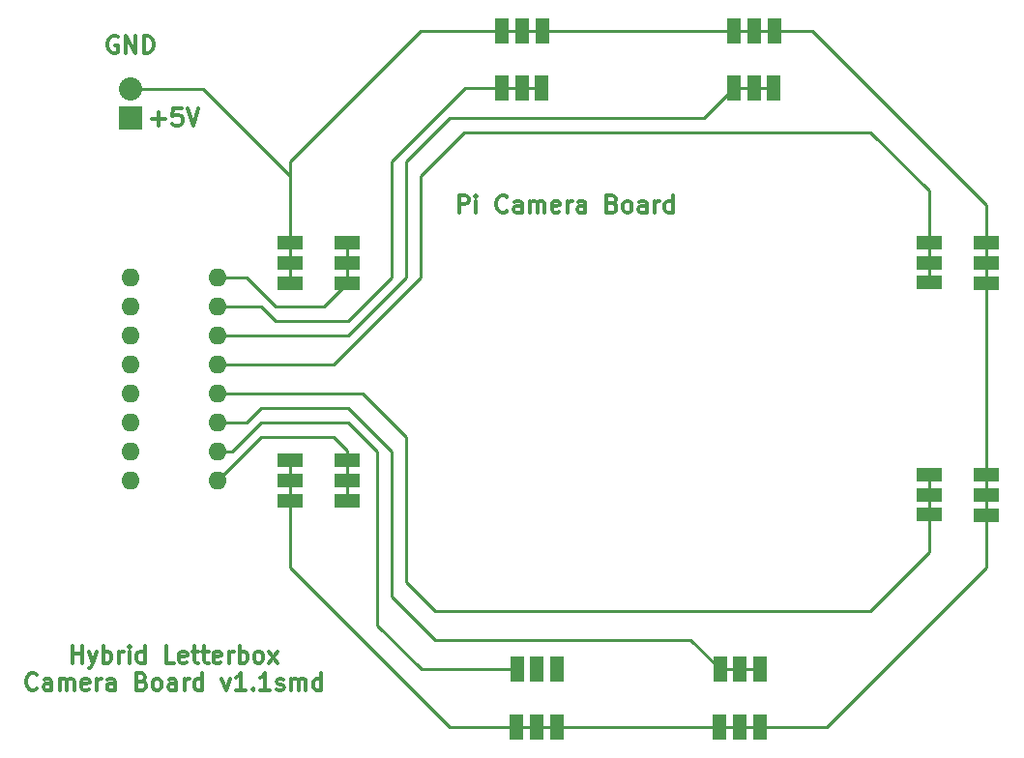
<source format=gbr>
G04 #@! TF.FileFunction,Copper,L1,Top,Signal*
%FSLAX46Y46*%
G04 Gerber Fmt 4.6, Leading zero omitted, Abs format (unit mm)*
G04 Created by KiCad (PCBNEW 4.0.1-stable) date 2016 February 17, Wednesday 09:16:12*
%MOMM*%
G01*
G04 APERTURE LIST*
%ADD10C,0.100000*%
%ADD11C,0.300000*%
%ADD12R,2.300000X1.150000*%
%ADD13R,1.150000X2.300000*%
%ADD14O,1.600000X1.600000*%
%ADD15R,2.032000X2.032000*%
%ADD16O,2.032000X2.032000*%
%ADD17C,0.250000*%
G04 APERTURE END LIST*
D10*
D11*
X95211429Y-130288571D02*
X95211429Y-128788571D01*
X95211429Y-129502857D02*
X96068572Y-129502857D01*
X96068572Y-130288571D02*
X96068572Y-128788571D01*
X96640001Y-129288571D02*
X96997144Y-130288571D01*
X97354286Y-129288571D02*
X96997144Y-130288571D01*
X96854286Y-130645714D01*
X96782858Y-130717143D01*
X96640001Y-130788571D01*
X97925715Y-130288571D02*
X97925715Y-128788571D01*
X97925715Y-129360000D02*
X98068572Y-129288571D01*
X98354286Y-129288571D01*
X98497143Y-129360000D01*
X98568572Y-129431429D01*
X98640001Y-129574286D01*
X98640001Y-130002857D01*
X98568572Y-130145714D01*
X98497143Y-130217143D01*
X98354286Y-130288571D01*
X98068572Y-130288571D01*
X97925715Y-130217143D01*
X99282858Y-130288571D02*
X99282858Y-129288571D01*
X99282858Y-129574286D02*
X99354286Y-129431429D01*
X99425715Y-129360000D01*
X99568572Y-129288571D01*
X99711429Y-129288571D01*
X100211429Y-130288571D02*
X100211429Y-129288571D01*
X100211429Y-128788571D02*
X100140000Y-128860000D01*
X100211429Y-128931429D01*
X100282857Y-128860000D01*
X100211429Y-128788571D01*
X100211429Y-128931429D01*
X101568572Y-130288571D02*
X101568572Y-128788571D01*
X101568572Y-130217143D02*
X101425715Y-130288571D01*
X101140001Y-130288571D01*
X100997143Y-130217143D01*
X100925715Y-130145714D01*
X100854286Y-130002857D01*
X100854286Y-129574286D01*
X100925715Y-129431429D01*
X100997143Y-129360000D01*
X101140001Y-129288571D01*
X101425715Y-129288571D01*
X101568572Y-129360000D01*
X104140001Y-130288571D02*
X103425715Y-130288571D01*
X103425715Y-128788571D01*
X105211429Y-130217143D02*
X105068572Y-130288571D01*
X104782858Y-130288571D01*
X104640001Y-130217143D01*
X104568572Y-130074286D01*
X104568572Y-129502857D01*
X104640001Y-129360000D01*
X104782858Y-129288571D01*
X105068572Y-129288571D01*
X105211429Y-129360000D01*
X105282858Y-129502857D01*
X105282858Y-129645714D01*
X104568572Y-129788571D01*
X105711429Y-129288571D02*
X106282858Y-129288571D01*
X105925715Y-128788571D02*
X105925715Y-130074286D01*
X105997143Y-130217143D01*
X106140001Y-130288571D01*
X106282858Y-130288571D01*
X106568572Y-129288571D02*
X107140001Y-129288571D01*
X106782858Y-128788571D02*
X106782858Y-130074286D01*
X106854286Y-130217143D01*
X106997144Y-130288571D01*
X107140001Y-130288571D01*
X108211429Y-130217143D02*
X108068572Y-130288571D01*
X107782858Y-130288571D01*
X107640001Y-130217143D01*
X107568572Y-130074286D01*
X107568572Y-129502857D01*
X107640001Y-129360000D01*
X107782858Y-129288571D01*
X108068572Y-129288571D01*
X108211429Y-129360000D01*
X108282858Y-129502857D01*
X108282858Y-129645714D01*
X107568572Y-129788571D01*
X108925715Y-130288571D02*
X108925715Y-129288571D01*
X108925715Y-129574286D02*
X108997143Y-129431429D01*
X109068572Y-129360000D01*
X109211429Y-129288571D01*
X109354286Y-129288571D01*
X109854286Y-130288571D02*
X109854286Y-128788571D01*
X109854286Y-129360000D02*
X109997143Y-129288571D01*
X110282857Y-129288571D01*
X110425714Y-129360000D01*
X110497143Y-129431429D01*
X110568572Y-129574286D01*
X110568572Y-130002857D01*
X110497143Y-130145714D01*
X110425714Y-130217143D01*
X110282857Y-130288571D01*
X109997143Y-130288571D01*
X109854286Y-130217143D01*
X111425715Y-130288571D02*
X111282857Y-130217143D01*
X111211429Y-130145714D01*
X111140000Y-130002857D01*
X111140000Y-129574286D01*
X111211429Y-129431429D01*
X111282857Y-129360000D01*
X111425715Y-129288571D01*
X111640000Y-129288571D01*
X111782857Y-129360000D01*
X111854286Y-129431429D01*
X111925715Y-129574286D01*
X111925715Y-130002857D01*
X111854286Y-130145714D01*
X111782857Y-130217143D01*
X111640000Y-130288571D01*
X111425715Y-130288571D01*
X112425715Y-130288571D02*
X113211429Y-129288571D01*
X112425715Y-129288571D02*
X113211429Y-130288571D01*
X92104287Y-132545714D02*
X92032858Y-132617143D01*
X91818572Y-132688571D01*
X91675715Y-132688571D01*
X91461430Y-132617143D01*
X91318572Y-132474286D01*
X91247144Y-132331429D01*
X91175715Y-132045714D01*
X91175715Y-131831429D01*
X91247144Y-131545714D01*
X91318572Y-131402857D01*
X91461430Y-131260000D01*
X91675715Y-131188571D01*
X91818572Y-131188571D01*
X92032858Y-131260000D01*
X92104287Y-131331429D01*
X93390001Y-132688571D02*
X93390001Y-131902857D01*
X93318572Y-131760000D01*
X93175715Y-131688571D01*
X92890001Y-131688571D01*
X92747144Y-131760000D01*
X93390001Y-132617143D02*
X93247144Y-132688571D01*
X92890001Y-132688571D01*
X92747144Y-132617143D01*
X92675715Y-132474286D01*
X92675715Y-132331429D01*
X92747144Y-132188571D01*
X92890001Y-132117143D01*
X93247144Y-132117143D01*
X93390001Y-132045714D01*
X94104287Y-132688571D02*
X94104287Y-131688571D01*
X94104287Y-131831429D02*
X94175715Y-131760000D01*
X94318573Y-131688571D01*
X94532858Y-131688571D01*
X94675715Y-131760000D01*
X94747144Y-131902857D01*
X94747144Y-132688571D01*
X94747144Y-131902857D02*
X94818573Y-131760000D01*
X94961430Y-131688571D01*
X95175715Y-131688571D01*
X95318573Y-131760000D01*
X95390001Y-131902857D01*
X95390001Y-132688571D01*
X96675715Y-132617143D02*
X96532858Y-132688571D01*
X96247144Y-132688571D01*
X96104287Y-132617143D01*
X96032858Y-132474286D01*
X96032858Y-131902857D01*
X96104287Y-131760000D01*
X96247144Y-131688571D01*
X96532858Y-131688571D01*
X96675715Y-131760000D01*
X96747144Y-131902857D01*
X96747144Y-132045714D01*
X96032858Y-132188571D01*
X97390001Y-132688571D02*
X97390001Y-131688571D01*
X97390001Y-131974286D02*
X97461429Y-131831429D01*
X97532858Y-131760000D01*
X97675715Y-131688571D01*
X97818572Y-131688571D01*
X98961429Y-132688571D02*
X98961429Y-131902857D01*
X98890000Y-131760000D01*
X98747143Y-131688571D01*
X98461429Y-131688571D01*
X98318572Y-131760000D01*
X98961429Y-132617143D02*
X98818572Y-132688571D01*
X98461429Y-132688571D01*
X98318572Y-132617143D01*
X98247143Y-132474286D01*
X98247143Y-132331429D01*
X98318572Y-132188571D01*
X98461429Y-132117143D01*
X98818572Y-132117143D01*
X98961429Y-132045714D01*
X101318572Y-131902857D02*
X101532858Y-131974286D01*
X101604286Y-132045714D01*
X101675715Y-132188571D01*
X101675715Y-132402857D01*
X101604286Y-132545714D01*
X101532858Y-132617143D01*
X101390000Y-132688571D01*
X100818572Y-132688571D01*
X100818572Y-131188571D01*
X101318572Y-131188571D01*
X101461429Y-131260000D01*
X101532858Y-131331429D01*
X101604286Y-131474286D01*
X101604286Y-131617143D01*
X101532858Y-131760000D01*
X101461429Y-131831429D01*
X101318572Y-131902857D01*
X100818572Y-131902857D01*
X102532858Y-132688571D02*
X102390000Y-132617143D01*
X102318572Y-132545714D01*
X102247143Y-132402857D01*
X102247143Y-131974286D01*
X102318572Y-131831429D01*
X102390000Y-131760000D01*
X102532858Y-131688571D01*
X102747143Y-131688571D01*
X102890000Y-131760000D01*
X102961429Y-131831429D01*
X103032858Y-131974286D01*
X103032858Y-132402857D01*
X102961429Y-132545714D01*
X102890000Y-132617143D01*
X102747143Y-132688571D01*
X102532858Y-132688571D01*
X104318572Y-132688571D02*
X104318572Y-131902857D01*
X104247143Y-131760000D01*
X104104286Y-131688571D01*
X103818572Y-131688571D01*
X103675715Y-131760000D01*
X104318572Y-132617143D02*
X104175715Y-132688571D01*
X103818572Y-132688571D01*
X103675715Y-132617143D01*
X103604286Y-132474286D01*
X103604286Y-132331429D01*
X103675715Y-132188571D01*
X103818572Y-132117143D01*
X104175715Y-132117143D01*
X104318572Y-132045714D01*
X105032858Y-132688571D02*
X105032858Y-131688571D01*
X105032858Y-131974286D02*
X105104286Y-131831429D01*
X105175715Y-131760000D01*
X105318572Y-131688571D01*
X105461429Y-131688571D01*
X106604286Y-132688571D02*
X106604286Y-131188571D01*
X106604286Y-132617143D02*
X106461429Y-132688571D01*
X106175715Y-132688571D01*
X106032857Y-132617143D01*
X105961429Y-132545714D01*
X105890000Y-132402857D01*
X105890000Y-131974286D01*
X105961429Y-131831429D01*
X106032857Y-131760000D01*
X106175715Y-131688571D01*
X106461429Y-131688571D01*
X106604286Y-131760000D01*
X108318572Y-131688571D02*
X108675715Y-132688571D01*
X109032857Y-131688571D01*
X110390000Y-132688571D02*
X109532857Y-132688571D01*
X109961429Y-132688571D02*
X109961429Y-131188571D01*
X109818572Y-131402857D01*
X109675714Y-131545714D01*
X109532857Y-131617143D01*
X111032857Y-132545714D02*
X111104285Y-132617143D01*
X111032857Y-132688571D01*
X110961428Y-132617143D01*
X111032857Y-132545714D01*
X111032857Y-132688571D01*
X112532857Y-132688571D02*
X111675714Y-132688571D01*
X112104286Y-132688571D02*
X112104286Y-131188571D01*
X111961429Y-131402857D01*
X111818571Y-131545714D01*
X111675714Y-131617143D01*
X113104285Y-132617143D02*
X113247142Y-132688571D01*
X113532857Y-132688571D01*
X113675714Y-132617143D01*
X113747142Y-132474286D01*
X113747142Y-132402857D01*
X113675714Y-132260000D01*
X113532857Y-132188571D01*
X113318571Y-132188571D01*
X113175714Y-132117143D01*
X113104285Y-131974286D01*
X113104285Y-131902857D01*
X113175714Y-131760000D01*
X113318571Y-131688571D01*
X113532857Y-131688571D01*
X113675714Y-131760000D01*
X114390000Y-132688571D02*
X114390000Y-131688571D01*
X114390000Y-131831429D02*
X114461428Y-131760000D01*
X114604286Y-131688571D01*
X114818571Y-131688571D01*
X114961428Y-131760000D01*
X115032857Y-131902857D01*
X115032857Y-132688571D01*
X115032857Y-131902857D02*
X115104286Y-131760000D01*
X115247143Y-131688571D01*
X115461428Y-131688571D01*
X115604286Y-131760000D01*
X115675714Y-131902857D01*
X115675714Y-132688571D01*
X117032857Y-132688571D02*
X117032857Y-131188571D01*
X117032857Y-132617143D02*
X116890000Y-132688571D01*
X116604286Y-132688571D01*
X116461428Y-132617143D01*
X116390000Y-132545714D01*
X116318571Y-132402857D01*
X116318571Y-131974286D01*
X116390000Y-131831429D01*
X116461428Y-131760000D01*
X116604286Y-131688571D01*
X116890000Y-131688571D01*
X117032857Y-131760000D01*
X102211429Y-82657143D02*
X103354286Y-82657143D01*
X102782857Y-83228571D02*
X102782857Y-82085714D01*
X104782858Y-81728571D02*
X104068572Y-81728571D01*
X103997143Y-82442857D01*
X104068572Y-82371429D01*
X104211429Y-82300000D01*
X104568572Y-82300000D01*
X104711429Y-82371429D01*
X104782858Y-82442857D01*
X104854286Y-82585714D01*
X104854286Y-82942857D01*
X104782858Y-83085714D01*
X104711429Y-83157143D01*
X104568572Y-83228571D01*
X104211429Y-83228571D01*
X104068572Y-83157143D01*
X103997143Y-83085714D01*
X105282857Y-81728571D02*
X105782857Y-83228571D01*
X106282857Y-81728571D01*
X99187143Y-75450000D02*
X99044286Y-75378571D01*
X98830000Y-75378571D01*
X98615715Y-75450000D01*
X98472857Y-75592857D01*
X98401429Y-75735714D01*
X98330000Y-76021429D01*
X98330000Y-76235714D01*
X98401429Y-76521429D01*
X98472857Y-76664286D01*
X98615715Y-76807143D01*
X98830000Y-76878571D01*
X98972857Y-76878571D01*
X99187143Y-76807143D01*
X99258572Y-76735714D01*
X99258572Y-76235714D01*
X98972857Y-76235714D01*
X99901429Y-76878571D02*
X99901429Y-75378571D01*
X100758572Y-76878571D01*
X100758572Y-75378571D01*
X101472858Y-76878571D02*
X101472858Y-75378571D01*
X101830001Y-75378571D01*
X102044286Y-75450000D01*
X102187144Y-75592857D01*
X102258572Y-75735714D01*
X102330001Y-76021429D01*
X102330001Y-76235714D01*
X102258572Y-76521429D01*
X102187144Y-76664286D01*
X102044286Y-76807143D01*
X101830001Y-76878571D01*
X101472858Y-76878571D01*
X129072858Y-90848571D02*
X129072858Y-89348571D01*
X129644286Y-89348571D01*
X129787144Y-89420000D01*
X129858572Y-89491429D01*
X129930001Y-89634286D01*
X129930001Y-89848571D01*
X129858572Y-89991429D01*
X129787144Y-90062857D01*
X129644286Y-90134286D01*
X129072858Y-90134286D01*
X130572858Y-90848571D02*
X130572858Y-89848571D01*
X130572858Y-89348571D02*
X130501429Y-89420000D01*
X130572858Y-89491429D01*
X130644286Y-89420000D01*
X130572858Y-89348571D01*
X130572858Y-89491429D01*
X133287144Y-90705714D02*
X133215715Y-90777143D01*
X133001429Y-90848571D01*
X132858572Y-90848571D01*
X132644287Y-90777143D01*
X132501429Y-90634286D01*
X132430001Y-90491429D01*
X132358572Y-90205714D01*
X132358572Y-89991429D01*
X132430001Y-89705714D01*
X132501429Y-89562857D01*
X132644287Y-89420000D01*
X132858572Y-89348571D01*
X133001429Y-89348571D01*
X133215715Y-89420000D01*
X133287144Y-89491429D01*
X134572858Y-90848571D02*
X134572858Y-90062857D01*
X134501429Y-89920000D01*
X134358572Y-89848571D01*
X134072858Y-89848571D01*
X133930001Y-89920000D01*
X134572858Y-90777143D02*
X134430001Y-90848571D01*
X134072858Y-90848571D01*
X133930001Y-90777143D01*
X133858572Y-90634286D01*
X133858572Y-90491429D01*
X133930001Y-90348571D01*
X134072858Y-90277143D01*
X134430001Y-90277143D01*
X134572858Y-90205714D01*
X135287144Y-90848571D02*
X135287144Y-89848571D01*
X135287144Y-89991429D02*
X135358572Y-89920000D01*
X135501430Y-89848571D01*
X135715715Y-89848571D01*
X135858572Y-89920000D01*
X135930001Y-90062857D01*
X135930001Y-90848571D01*
X135930001Y-90062857D02*
X136001430Y-89920000D01*
X136144287Y-89848571D01*
X136358572Y-89848571D01*
X136501430Y-89920000D01*
X136572858Y-90062857D01*
X136572858Y-90848571D01*
X137858572Y-90777143D02*
X137715715Y-90848571D01*
X137430001Y-90848571D01*
X137287144Y-90777143D01*
X137215715Y-90634286D01*
X137215715Y-90062857D01*
X137287144Y-89920000D01*
X137430001Y-89848571D01*
X137715715Y-89848571D01*
X137858572Y-89920000D01*
X137930001Y-90062857D01*
X137930001Y-90205714D01*
X137215715Y-90348571D01*
X138572858Y-90848571D02*
X138572858Y-89848571D01*
X138572858Y-90134286D02*
X138644286Y-89991429D01*
X138715715Y-89920000D01*
X138858572Y-89848571D01*
X139001429Y-89848571D01*
X140144286Y-90848571D02*
X140144286Y-90062857D01*
X140072857Y-89920000D01*
X139930000Y-89848571D01*
X139644286Y-89848571D01*
X139501429Y-89920000D01*
X140144286Y-90777143D02*
X140001429Y-90848571D01*
X139644286Y-90848571D01*
X139501429Y-90777143D01*
X139430000Y-90634286D01*
X139430000Y-90491429D01*
X139501429Y-90348571D01*
X139644286Y-90277143D01*
X140001429Y-90277143D01*
X140144286Y-90205714D01*
X142501429Y-90062857D02*
X142715715Y-90134286D01*
X142787143Y-90205714D01*
X142858572Y-90348571D01*
X142858572Y-90562857D01*
X142787143Y-90705714D01*
X142715715Y-90777143D01*
X142572857Y-90848571D01*
X142001429Y-90848571D01*
X142001429Y-89348571D01*
X142501429Y-89348571D01*
X142644286Y-89420000D01*
X142715715Y-89491429D01*
X142787143Y-89634286D01*
X142787143Y-89777143D01*
X142715715Y-89920000D01*
X142644286Y-89991429D01*
X142501429Y-90062857D01*
X142001429Y-90062857D01*
X143715715Y-90848571D02*
X143572857Y-90777143D01*
X143501429Y-90705714D01*
X143430000Y-90562857D01*
X143430000Y-90134286D01*
X143501429Y-89991429D01*
X143572857Y-89920000D01*
X143715715Y-89848571D01*
X143930000Y-89848571D01*
X144072857Y-89920000D01*
X144144286Y-89991429D01*
X144215715Y-90134286D01*
X144215715Y-90562857D01*
X144144286Y-90705714D01*
X144072857Y-90777143D01*
X143930000Y-90848571D01*
X143715715Y-90848571D01*
X145501429Y-90848571D02*
X145501429Y-90062857D01*
X145430000Y-89920000D01*
X145287143Y-89848571D01*
X145001429Y-89848571D01*
X144858572Y-89920000D01*
X145501429Y-90777143D02*
X145358572Y-90848571D01*
X145001429Y-90848571D01*
X144858572Y-90777143D01*
X144787143Y-90634286D01*
X144787143Y-90491429D01*
X144858572Y-90348571D01*
X145001429Y-90277143D01*
X145358572Y-90277143D01*
X145501429Y-90205714D01*
X146215715Y-90848571D02*
X146215715Y-89848571D01*
X146215715Y-90134286D02*
X146287143Y-89991429D01*
X146358572Y-89920000D01*
X146501429Y-89848571D01*
X146644286Y-89848571D01*
X147787143Y-90848571D02*
X147787143Y-89348571D01*
X147787143Y-90777143D02*
X147644286Y-90848571D01*
X147358572Y-90848571D01*
X147215714Y-90777143D01*
X147144286Y-90705714D01*
X147072857Y-90562857D01*
X147072857Y-90134286D01*
X147144286Y-89991429D01*
X147215714Y-89920000D01*
X147358572Y-89848571D01*
X147644286Y-89848571D01*
X147787143Y-89920000D01*
D12*
X114300000Y-112522000D03*
X114300000Y-114300000D03*
X114300000Y-116078000D03*
X119316500Y-112585500D03*
X119316500Y-114300000D03*
X119316500Y-116078000D03*
D13*
X134112000Y-135890000D03*
X135890000Y-135890000D03*
X137668000Y-135890000D03*
X134175500Y-130873500D03*
X135890000Y-130873500D03*
X137668000Y-130873500D03*
X151892000Y-135890000D03*
X153670000Y-135890000D03*
X155448000Y-135890000D03*
X151955500Y-130873500D03*
X153670000Y-130873500D03*
X155448000Y-130873500D03*
D12*
X175260000Y-117348000D03*
X175260000Y-115570000D03*
X175260000Y-113792000D03*
X170243500Y-117284500D03*
X170243500Y-115570000D03*
X170243500Y-113792000D03*
X175260000Y-97028000D03*
X175260000Y-95250000D03*
X175260000Y-93472000D03*
X170243500Y-96964500D03*
X170243500Y-95250000D03*
X170243500Y-93472000D03*
D13*
X156718000Y-74930000D03*
X154940000Y-74930000D03*
X153162000Y-74930000D03*
X156654500Y-79946500D03*
X154940000Y-79946500D03*
X153162000Y-79946500D03*
X136398000Y-74930000D03*
X134620000Y-74930000D03*
X132842000Y-74930000D03*
X136334500Y-79946500D03*
X134620000Y-79946500D03*
X132842000Y-79946500D03*
D12*
X114300000Y-93472000D03*
X114300000Y-95250000D03*
X114300000Y-97028000D03*
X119316500Y-93535500D03*
X119316500Y-95250000D03*
X119316500Y-97028000D03*
D14*
X100330000Y-96520000D03*
X100330000Y-99060000D03*
X100330000Y-101600000D03*
X100330000Y-104140000D03*
X100330000Y-106680000D03*
X100330000Y-109220000D03*
X100330000Y-111760000D03*
X100330000Y-114300000D03*
X107950000Y-114300000D03*
X107950000Y-111760000D03*
X107950000Y-109220000D03*
X107950000Y-106680000D03*
X107950000Y-104140000D03*
X107950000Y-101600000D03*
X107950000Y-99060000D03*
X107950000Y-96520000D03*
D15*
X100330000Y-82550000D03*
D16*
X100330000Y-80010000D03*
D17*
X134112000Y-135890000D02*
X128270000Y-135890000D01*
X114300000Y-121920000D02*
X114300000Y-114300000D01*
X128270000Y-135890000D02*
X114300000Y-121920000D01*
X114300000Y-114300000D02*
X114300000Y-112522000D01*
X151892000Y-135890000D02*
X137668000Y-135890000D01*
X137668000Y-135890000D02*
X135890000Y-135890000D01*
X135890000Y-135890000D02*
X134112000Y-135890000D01*
X175260000Y-117348000D02*
X175260000Y-121920000D01*
X161290000Y-135890000D02*
X153670000Y-135890000D01*
X175260000Y-121920000D02*
X161290000Y-135890000D01*
X153670000Y-135890000D02*
X151892000Y-135890000D01*
X175260000Y-97028000D02*
X175260000Y-113792000D01*
X175260000Y-113792000D02*
X175260000Y-115570000D01*
X175260000Y-115570000D02*
X175260000Y-117348000D01*
X156718000Y-74930000D02*
X160020000Y-74930000D01*
X175260000Y-90170000D02*
X175260000Y-93472000D01*
X160020000Y-74930000D02*
X175260000Y-90170000D01*
X175260000Y-93472000D02*
X175260000Y-95250000D01*
X175260000Y-95250000D02*
X175260000Y-97028000D01*
X136398000Y-74930000D02*
X153162000Y-74930000D01*
X153162000Y-74930000D02*
X154940000Y-74930000D01*
X154940000Y-74930000D02*
X156718000Y-74930000D01*
X114300000Y-87630000D02*
X114300000Y-86360000D01*
X125730000Y-74930000D02*
X134620000Y-74930000D01*
X114300000Y-86360000D02*
X125730000Y-74930000D01*
X134620000Y-74930000D02*
X136398000Y-74930000D01*
X114300000Y-93472000D02*
X114300000Y-95250000D01*
X114300000Y-95250000D02*
X114300000Y-97028000D01*
X100330000Y-80010000D02*
X106680000Y-80010000D01*
X114300000Y-87630000D02*
X114300000Y-93472000D01*
X106680000Y-80010000D02*
X114300000Y-87630000D01*
X107950000Y-114300000D02*
X111760000Y-110490000D01*
X119316500Y-111696500D02*
X119316500Y-114300000D01*
X118110000Y-110490000D02*
X119316500Y-111696500D01*
X111760000Y-110490000D02*
X118110000Y-110490000D01*
X119316500Y-114300000D02*
X119316500Y-116078000D01*
X107950000Y-111760000D02*
X109220000Y-111760000D01*
X125793500Y-130873500D02*
X134175500Y-130873500D01*
X121920000Y-127000000D02*
X125793500Y-130873500D01*
X121920000Y-111760000D02*
X121920000Y-127000000D01*
X119380000Y-109220000D02*
X121920000Y-111760000D01*
X111760000Y-109220000D02*
X119380000Y-109220000D01*
X109220000Y-111760000D02*
X111760000Y-109220000D01*
X107950000Y-109220000D02*
X110490000Y-109220000D01*
X149352000Y-128270000D02*
X151955500Y-130873500D01*
X127000000Y-128270000D02*
X149352000Y-128270000D01*
X123190000Y-124460000D02*
X127000000Y-128270000D01*
X123190000Y-111760000D02*
X123190000Y-124460000D01*
X119380000Y-107950000D02*
X123190000Y-111760000D01*
X111760000Y-107950000D02*
X119380000Y-107950000D01*
X110490000Y-109220000D02*
X111760000Y-107950000D01*
X151955500Y-130873500D02*
X155448000Y-130873500D01*
X107950000Y-106680000D02*
X120650000Y-106680000D01*
X170243500Y-120586500D02*
X170243500Y-115570000D01*
X165100000Y-125730000D02*
X170243500Y-120586500D01*
X127000000Y-125730000D02*
X165100000Y-125730000D01*
X124460000Y-123190000D02*
X127000000Y-125730000D01*
X124460000Y-110490000D02*
X124460000Y-123190000D01*
X120650000Y-106680000D02*
X124460000Y-110490000D01*
X170243500Y-115570000D02*
X170243500Y-113792000D01*
X107950000Y-104140000D02*
X118110000Y-104140000D01*
X170243500Y-88963500D02*
X170243500Y-95250000D01*
X165100000Y-83820000D02*
X170243500Y-88963500D01*
X129540000Y-83820000D02*
X165100000Y-83820000D01*
X125730000Y-87630000D02*
X129540000Y-83820000D01*
X125730000Y-96520000D02*
X125730000Y-87630000D01*
X118110000Y-104140000D02*
X125730000Y-96520000D01*
X170243500Y-95250000D02*
X170243500Y-96964500D01*
X107950000Y-101600000D02*
X119380000Y-101600000D01*
X150558500Y-82550000D02*
X153162000Y-79946500D01*
X128270000Y-82550000D02*
X150558500Y-82550000D01*
X124460000Y-86360000D02*
X128270000Y-82550000D01*
X124460000Y-96520000D02*
X124460000Y-86360000D01*
X119380000Y-101600000D02*
X124460000Y-96520000D01*
X153162000Y-79946500D02*
X156654500Y-79946500D01*
X107950000Y-99060000D02*
X111760000Y-99060000D01*
X129603500Y-79946500D02*
X134620000Y-79946500D01*
X123190000Y-86360000D02*
X129603500Y-79946500D01*
X123190000Y-96520000D02*
X123190000Y-86360000D01*
X119380000Y-100330000D02*
X123190000Y-96520000D01*
X113030000Y-100330000D02*
X119380000Y-100330000D01*
X111760000Y-99060000D02*
X113030000Y-100330000D01*
X134620000Y-79946500D02*
X136334500Y-79946500D01*
X134620000Y-79946500D02*
X136334500Y-79946500D01*
X107950000Y-96520000D02*
X110490000Y-96520000D01*
X117284500Y-99060000D02*
X119316500Y-97028000D01*
X113030000Y-99060000D02*
X117284500Y-99060000D01*
X110490000Y-96520000D02*
X113030000Y-99060000D01*
X119316500Y-97028000D02*
X119316500Y-93535500D01*
M02*

</source>
